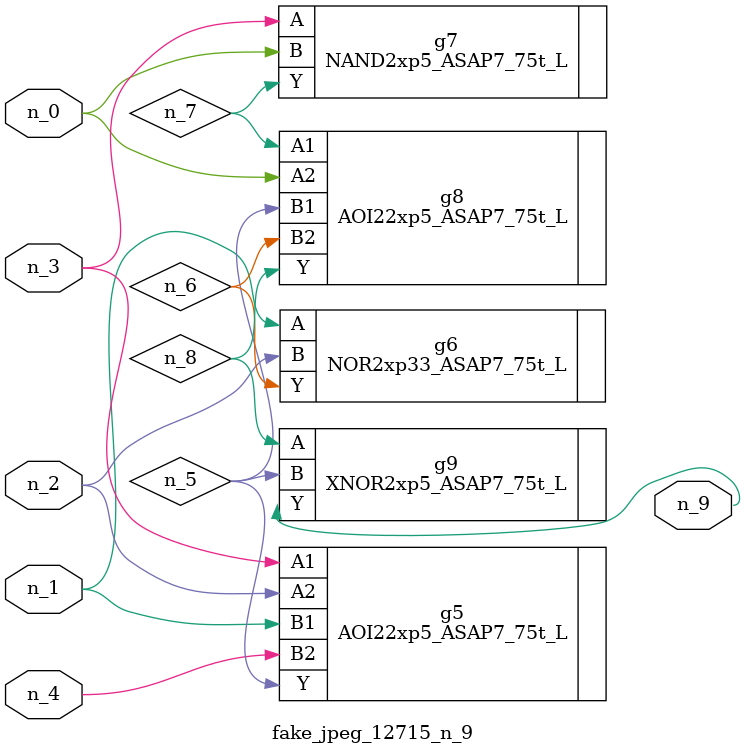
<source format=v>
module fake_jpeg_12715_n_9 (n_3, n_2, n_1, n_0, n_4, n_9);

input n_3;
input n_2;
input n_1;
input n_0;
input n_4;

output n_9;

wire n_8;
wire n_6;
wire n_5;
wire n_7;

AOI22xp5_ASAP7_75t_L g5 ( 
.A1(n_3),
.A2(n_2),
.B1(n_1),
.B2(n_4),
.Y(n_5)
);

NOR2xp33_ASAP7_75t_L g6 ( 
.A(n_1),
.B(n_2),
.Y(n_6)
);

NAND2xp5_ASAP7_75t_L g7 ( 
.A(n_3),
.B(n_0),
.Y(n_7)
);

AOI22xp5_ASAP7_75t_L g8 ( 
.A1(n_7),
.A2(n_0),
.B1(n_5),
.B2(n_6),
.Y(n_8)
);

XNOR2xp5_ASAP7_75t_L g9 ( 
.A(n_8),
.B(n_5),
.Y(n_9)
);


endmodule
</source>
